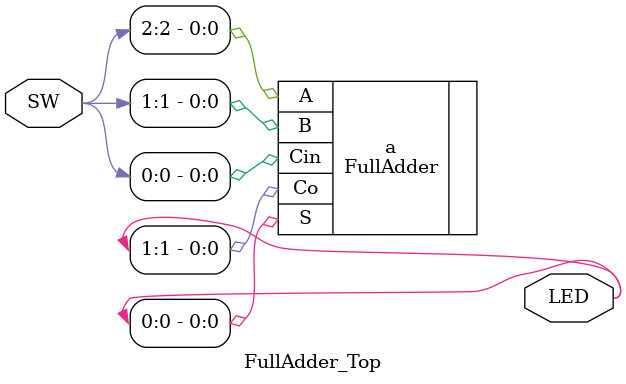
<source format=v>
`timescale 1ns / 1ps


module FullAdder_Top(
    input [2:0] SW,
    output [1:0] LED
    );
    
    FullAdder a(.A(SW[2]), .B(SW[1]), .Cin(SW[0]), .S(LED[0]), .Co(LED[1]));
    
endmodule

</source>
